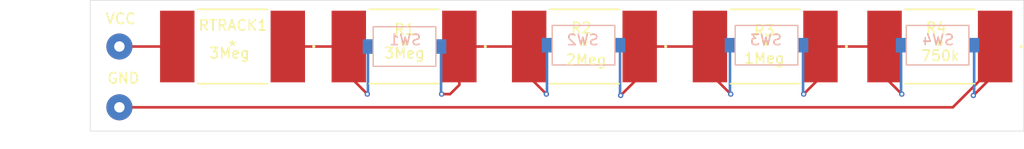
<source format=kicad_pcb>
(kicad_pcb (version 20171130) (host pcbnew 5.1.2)

  (general
    (thickness 1.6)
    (drawings 4)
    (tracks 55)
    (zones 0)
    (modules 11)
    (nets 7)
  )

  (page A4)
  (layers
    (0 F.Cu signal)
    (31 B.Cu signal)
    (32 B.Adhes user)
    (33 F.Adhes user)
    (34 B.Paste user)
    (35 F.Paste user)
    (36 B.SilkS user)
    (37 F.SilkS user)
    (38 B.Mask user)
    (39 F.Mask user)
    (40 Dwgs.User user)
    (41 Cmts.User user)
    (42 Eco1.User user)
    (43 Eco2.User user)
    (44 Edge.Cuts user)
    (45 Margin user)
    (46 B.CrtYd user)
    (47 F.CrtYd user)
    (48 B.Fab user)
    (49 F.Fab user)
  )

  (setup
    (last_trace_width 0.25)
    (trace_clearance 0.2)
    (zone_clearance 0.508)
    (zone_45_only no)
    (trace_min 0.1524)
    (via_size 0.508)
    (via_drill 0.254)
    (via_min_size 0.508)
    (via_min_drill 0.254)
    (uvia_size 0.508)
    (uvia_drill 0.254)
    (uvias_allowed no)
    (uvia_min_size 0.508)
    (uvia_min_drill 0.254)
    (edge_width 0.05)
    (segment_width 0.2)
    (pcb_text_width 0.3)
    (pcb_text_size 1.5 1.5)
    (mod_edge_width 0.12)
    (mod_text_size 1 1)
    (mod_text_width 0.15)
    (pad_size 2.49936 2.49936)
    (pad_drill 1.00076)
    (pad_to_mask_clearance 0.0508)
    (solder_mask_min_width 0.101)
    (aux_axis_origin 0 0)
    (visible_elements FFFFFF7F)
    (pcbplotparams
      (layerselection 0x010fc_ffffffff)
      (usegerberextensions false)
      (usegerberattributes false)
      (usegerberadvancedattributes false)
      (creategerberjobfile false)
      (excludeedgelayer true)
      (linewidth 0.100000)
      (plotframeref false)
      (viasonmask false)
      (mode 1)
      (useauxorigin false)
      (hpglpennumber 1)
      (hpglpenspeed 20)
      (hpglpendiameter 15.000000)
      (psnegative false)
      (psa4output false)
      (plotreference true)
      (plotvalue true)
      (plotinvisibletext false)
      (padsonsilk false)
      (subtractmaskfromsilk false)
      (outputformat 1)
      (mirror false)
      (drillshape 0)
      (scaleselection 1)
      (outputdirectory "gerber/"))
  )

  (net 0 "")
  (net 1 vout)
  (net 2 "Net-(R1-Pad1)")
  (net 3 "Net-(R2-Pad1)")
  (net 4 "Net-(R3-Pad1)")
  (net 5 GND)
  (net 6 VCC)

  (net_class Default "This is the default net class."
    (clearance 0.2)
    (trace_width 0.25)
    (via_dia 0.508)
    (via_drill 0.254)
    (uvia_dia 0.508)
    (uvia_drill 0.254)
    (add_net GND)
    (add_net "Net-(R1-Pad1)")
    (add_net "Net-(R2-Pad1)")
    (add_net "Net-(R3-Pad1)")
    (add_net VCC)
    (add_net vout)
  )

  (module Connector_Wire:SolderWirePad_1x01_Drill1mm (layer F.Cu) (tedit 5D55E3EF) (tstamp 5D5641E9)
    (at 95.25 105.664)
    (descr "Wire solder connection")
    (tags connector)
    (attr virtual)
    (fp_text reference GND (at 0.381 -2.794) (layer F.SilkS)
      (effects (font (size 1 1) (thickness 0.15)))
    )
    (fp_text value SolderWirePad_1x01_Drill1mm (at 0 3.175) (layer F.Fab)
      (effects (font (size 1 1) (thickness 0.15)))
    )
    (fp_text user %R (at 0 0) (layer F.Fab)
      (effects (font (size 1 1) (thickness 0.15)))
    )
    (fp_line (start -1.75 -1.75) (end 1.75 -1.75) (layer F.CrtYd) (width 0.05))
    (fp_line (start -1.75 -1.75) (end -1.75 1.75) (layer F.CrtYd) (width 0.05))
    (fp_line (start 1.75 1.75) (end 1.75 -1.75) (layer F.CrtYd) (width 0.05))
    (fp_line (start 1.75 1.75) (end -1.75 1.75) (layer F.CrtYd) (width 0.05))
    (pad 1 thru_hole circle (at 0 0) (size 2.49936 2.49936) (drill 1.00076) (layers *.Cu *.Mask)
      (net 5 GND))
  )

  (module Connector_Wire:SolderWirePad_1x01_Drill1mm (layer F.Cu) (tedit 5D55E4AE) (tstamp 5D5641E7)
    (at 95.25 99.822)
    (descr "Wire solder connection")
    (tags connector)
    (attr virtual)
    (fp_text reference VCC (at 0.127 -2.667) (layer F.SilkS)
      (effects (font (size 1 1) (thickness 0.15)))
    )
    (fp_text value SolderWirePad_1x01_Drill1mm (at 0 3.175) (layer F.Fab)
      (effects (font (size 1 1) (thickness 0.15)))
    )
    (fp_line (start 1.75 1.75) (end -1.75 1.75) (layer F.CrtYd) (width 0.05))
    (fp_line (start 1.75 1.75) (end 1.75 -1.75) (layer F.CrtYd) (width 0.05))
    (fp_line (start -1.75 -1.75) (end -1.75 1.75) (layer F.CrtYd) (width 0.05))
    (fp_line (start -1.75 -1.75) (end 1.75 -1.75) (layer F.CrtYd) (width 0.05))
    (fp_text user %R (at 0 0) (layer F.Fab)
      (effects (font (size 1 1) (thickness 0.15)))
    )
    (pad 1 thru_hole circle (at 0 0) (size 2.49936 2.49936) (drill 1.00076) (layers *.Cu *.Mask)
      (net 6 VCC))
  )

  (module "3Meg SMT Resistor:KTR18EZPF3004" (layer F.Cu) (tedit 0) (tstamp 5D55DF5D)
    (at 122.514101 99.822 180)
    (path /5D4CAD56)
    (fp_text reference R1 (at -0.040899 1.651) (layer F.SilkS)
      (effects (font (size 1 1) (thickness 0.15)))
    )
    (fp_text value 3Meg (at -0.040899 -0.635) (layer F.SilkS)
      (effects (font (size 1 1) (thickness 0.15)))
    )
    (fp_circle (center -7.7795 0) (end -7.7033 0) (layer F.SilkS) (width 0.1524))
    (fp_circle (center -5.166101 0) (end -5.089901 0) (layer F.Fab) (width 0.1524))
    (fp_line (start 7.1953 3.6957) (end -7.1953 3.6957) (layer F.CrtYd) (width 0.1524))
    (fp_line (start 7.1953 -3.6957) (end 7.1953 3.6957) (layer F.CrtYd) (width 0.1524))
    (fp_line (start -7.1953 -3.6957) (end 7.1953 -3.6957) (layer F.CrtYd) (width 0.1524))
    (fp_line (start -7.1953 3.6957) (end -7.1953 -3.6957) (layer F.CrtYd) (width 0.1524))
    (fp_line (start -6.5913 -3.4417) (end -6.5913 3.4417) (layer F.Fab) (width 0.1524))
    (fp_line (start 6.5913 -3.4417) (end -6.5913 -3.4417) (layer F.Fab) (width 0.1524))
    (fp_line (start 6.5913 3.4417) (end 6.5913 -3.4417) (layer F.Fab) (width 0.1524))
    (fp_line (start -6.5913 3.4417) (end 6.5913 3.4417) (layer F.Fab) (width 0.1524))
    (fp_line (start 3.337352 -3.5687) (end -3.337352 -3.5687) (layer F.SilkS) (width 0.1524))
    (fp_line (start -3.337352 3.5687) (end 3.337352 3.5687) (layer F.SilkS) (width 0.1524))
    (fp_line (start 6.5913 -3.4417) (end 3.6449 -3.4417) (layer F.Fab) (width 0.1524))
    (fp_line (start 6.5913 3.4417) (end 6.5913 -3.4417) (layer F.Fab) (width 0.1524))
    (fp_line (start 3.6449 3.4417) (end 6.5913 3.4417) (layer F.Fab) (width 0.1524))
    (fp_line (start 3.6449 -3.4417) (end 3.6449 3.4417) (layer F.Fab) (width 0.1524))
    (fp_line (start -6.5913 3.4417) (end -3.6449 3.4417) (layer F.Fab) (width 0.1524))
    (fp_line (start -6.5913 -3.4417) (end -6.5913 3.4417) (layer F.Fab) (width 0.1524))
    (fp_line (start -3.6449 -3.4417) (end -6.5913 -3.4417) (layer F.Fab) (width 0.1524))
    (fp_line (start -3.6449 3.4417) (end -3.6449 -3.4417) (layer F.Fab) (width 0.1524))
    (fp_text user * (at 0 0) (layer F.Fab)
      (effects (font (size 1 1) (thickness 0.15)))
    )
    (fp_text user * (at 0 0) (layer F.SilkS)
      (effects (font (size 1 1) (thickness 0.15)))
    )
    (fp_text user "Copyright 2016 Accelerated Designs. All rights reserved." (at 0 0) (layer Cmts.User)
      (effects (font (size 0.127 0.127) (thickness 0.002)))
    )
    (pad 2 smd rect (at 5.293101 0 180) (size 3.296399 6.8834) (layers F.Cu F.Paste F.Mask)
      (net 1 vout))
    (pad 1 smd rect (at -5.293101 0 180) (size 3.296399 6.8834) (layers F.Cu F.Paste F.Mask)
      (net 2 "Net-(R1-Pad1)"))
  )

  (module "2Meg SMT Resistor:KTR18EZPF2004" (layer F.Cu) (tedit 0) (tstamp 5D55E15B)
    (at 139.786101 99.822 180)
    (path /5D4CB39D)
    (fp_text reference R2 (at 0.294899 1.778) (layer F.SilkS)
      (effects (font (size 1 1) (thickness 0.15)))
    )
    (fp_text value 2Meg (at -0.167899 -1.27) (layer F.SilkS)
      (effects (font (size 1 1) (thickness 0.15)))
    )
    (fp_text user "Copyright 2016 Accelerated Designs. All rights reserved." (at 0 0) (layer Cmts.User)
      (effects (font (size 0.127 0.127) (thickness 0.002)))
    )
    (fp_text user * (at 0 0) (layer F.SilkS)
      (effects (font (size 1 1) (thickness 0.15)))
    )
    (fp_text user * (at 0 0) (layer F.Fab)
      (effects (font (size 1 1) (thickness 0.15)))
    )
    (fp_line (start -3.6449 3.4417) (end -3.6449 -3.4417) (layer F.Fab) (width 0.1524))
    (fp_line (start -3.6449 -3.4417) (end -6.5913 -3.4417) (layer F.Fab) (width 0.1524))
    (fp_line (start -6.5913 -3.4417) (end -6.5913 3.4417) (layer F.Fab) (width 0.1524))
    (fp_line (start -6.5913 3.4417) (end -3.6449 3.4417) (layer F.Fab) (width 0.1524))
    (fp_line (start 3.6449 -3.4417) (end 3.6449 3.4417) (layer F.Fab) (width 0.1524))
    (fp_line (start 3.6449 3.4417) (end 6.5913 3.4417) (layer F.Fab) (width 0.1524))
    (fp_line (start 6.5913 3.4417) (end 6.5913 -3.4417) (layer F.Fab) (width 0.1524))
    (fp_line (start 6.5913 -3.4417) (end 3.6449 -3.4417) (layer F.Fab) (width 0.1524))
    (fp_line (start -3.337352 3.5687) (end 3.337352 3.5687) (layer F.SilkS) (width 0.1524))
    (fp_line (start 3.337352 -3.5687) (end -3.337352 -3.5687) (layer F.SilkS) (width 0.1524))
    (fp_line (start -6.5913 3.4417) (end 6.5913 3.4417) (layer F.Fab) (width 0.1524))
    (fp_line (start 6.5913 3.4417) (end 6.5913 -3.4417) (layer F.Fab) (width 0.1524))
    (fp_line (start 6.5913 -3.4417) (end -6.5913 -3.4417) (layer F.Fab) (width 0.1524))
    (fp_line (start -6.5913 -3.4417) (end -6.5913 3.4417) (layer F.Fab) (width 0.1524))
    (fp_line (start -7.1953 3.6957) (end -7.1953 -3.6957) (layer F.CrtYd) (width 0.1524))
    (fp_line (start -7.1953 -3.6957) (end 7.1953 -3.6957) (layer F.CrtYd) (width 0.1524))
    (fp_line (start 7.1953 -3.6957) (end 7.1953 3.6957) (layer F.CrtYd) (width 0.1524))
    (fp_line (start 7.1953 3.6957) (end -7.1953 3.6957) (layer F.CrtYd) (width 0.1524))
    (fp_circle (center -5.166101 0) (end -5.089901 0) (layer F.Fab) (width 0.1524))
    (fp_circle (center -7.7795 0) (end -7.7033 0) (layer F.SilkS) (width 0.1524))
    (pad 1 smd rect (at -5.293101 0 180) (size 3.296399 6.8834) (layers F.Cu F.Paste F.Mask)
      (net 3 "Net-(R2-Pad1)"))
    (pad 2 smd rect (at 5.293101 0 180) (size 3.296399 6.8834) (layers F.Cu F.Paste F.Mask)
      (net 2 "Net-(R1-Pad1)"))
  )

  (module "1Meg SMT Resistor:KTR18EZPF1004" (layer F.Cu) (tedit 0) (tstamp 5D55E107)
    (at 157.099 99.822 180)
    (path /5D4CBA2B)
    (fp_text reference R3 (at 0.086101 1.524) (layer F.SilkS)
      (effects (font (size 1 1) (thickness 0.15)))
    )
    (fp_text value 1Meg (at 0.086101 -1.143) (layer F.SilkS)
      (effects (font (size 1 1) (thickness 0.15)))
    )
    (fp_text user "Copyright 2016 Accelerated Designs. All rights reserved." (at 0 0) (layer Cmts.User)
      (effects (font (size 0.127 0.127) (thickness 0.002)))
    )
    (fp_text user * (at 0 0) (layer F.SilkS)
      (effects (font (size 1 1) (thickness 0.15)))
    )
    (fp_text user * (at 0 0) (layer F.Fab)
      (effects (font (size 1 1) (thickness 0.15)))
    )
    (fp_line (start -3.6449 3.4417) (end -3.6449 -3.4417) (layer F.Fab) (width 0.1524))
    (fp_line (start -3.6449 -3.4417) (end -6.5913 -3.4417) (layer F.Fab) (width 0.1524))
    (fp_line (start -6.5913 -3.4417) (end -6.5913 3.4417) (layer F.Fab) (width 0.1524))
    (fp_line (start -6.5913 3.4417) (end -3.6449 3.4417) (layer F.Fab) (width 0.1524))
    (fp_line (start 3.6449 -3.4417) (end 3.6449 3.4417) (layer F.Fab) (width 0.1524))
    (fp_line (start 3.6449 3.4417) (end 6.5913 3.4417) (layer F.Fab) (width 0.1524))
    (fp_line (start 6.5913 3.4417) (end 6.5913 -3.4417) (layer F.Fab) (width 0.1524))
    (fp_line (start 6.5913 -3.4417) (end 3.6449 -3.4417) (layer F.Fab) (width 0.1524))
    (fp_line (start -3.337352 3.5687) (end 3.337352 3.5687) (layer F.SilkS) (width 0.1524))
    (fp_line (start 3.337352 -3.5687) (end -3.337352 -3.5687) (layer F.SilkS) (width 0.1524))
    (fp_line (start -6.5913 3.4417) (end 6.5913 3.4417) (layer F.Fab) (width 0.1524))
    (fp_line (start 6.5913 3.4417) (end 6.5913 -3.4417) (layer F.Fab) (width 0.1524))
    (fp_line (start 6.5913 -3.4417) (end -6.5913 -3.4417) (layer F.Fab) (width 0.1524))
    (fp_line (start -6.5913 -3.4417) (end -6.5913 3.4417) (layer F.Fab) (width 0.1524))
    (fp_line (start -7.1953 3.6957) (end -7.1953 -3.6957) (layer F.CrtYd) (width 0.1524))
    (fp_line (start -7.1953 -3.6957) (end 7.1953 -3.6957) (layer F.CrtYd) (width 0.1524))
    (fp_line (start 7.1953 -3.6957) (end 7.1953 3.6957) (layer F.CrtYd) (width 0.1524))
    (fp_line (start 7.1953 3.6957) (end -7.1953 3.6957) (layer F.CrtYd) (width 0.1524))
    (fp_circle (center -5.166101 0) (end -5.089901 0) (layer F.Fab) (width 0.1524))
    (fp_circle (center -7.7795 0) (end -7.7033 0) (layer F.SilkS) (width 0.1524))
    (pad 1 smd rect (at -5.293101 0 180) (size 3.296399 6.8834) (layers F.Cu F.Paste F.Mask)
      (net 4 "Net-(R3-Pad1)"))
    (pad 2 smd rect (at 5.293101 0 180) (size 3.296399 6.8834) (layers F.Cu F.Paste F.Mask)
      (net 3 "Net-(R2-Pad1)"))
  )

  (module "750k SMT Resistor:KTR18EZPF7503" (layer F.Cu) (tedit 0) (tstamp 5D552198)
    (at 173.8249 99.822 180)
    (path /5D4D0253)
    (fp_text reference R4 (at 0.3429 1.778) (layer F.SilkS)
      (effects (font (size 1 1) (thickness 0.15)))
    )
    (fp_text value 750k (at -0.0381 -0.889) (layer F.SilkS)
      (effects (font (size 1 1) (thickness 0.15)))
    )
    (fp_text user "Copyright 2016 Accelerated Designs. All rights reserved." (at 0 0) (layer Cmts.User)
      (effects (font (size 0.127 0.127) (thickness 0.002)))
    )
    (fp_text user * (at 0 0) (layer F.SilkS)
      (effects (font (size 1 1) (thickness 0.15)))
    )
    (fp_text user * (at 0 0) (layer F.Fab)
      (effects (font (size 1 1) (thickness 0.15)))
    )
    (fp_line (start -3.6449 3.4417) (end -3.6449 -3.4417) (layer F.Fab) (width 0.1524))
    (fp_line (start -3.6449 -3.4417) (end -6.5913 -3.4417) (layer F.Fab) (width 0.1524))
    (fp_line (start -6.5913 -3.4417) (end -6.5913 3.4417) (layer F.Fab) (width 0.1524))
    (fp_line (start -6.5913 3.4417) (end -3.6449 3.4417) (layer F.Fab) (width 0.1524))
    (fp_line (start 3.6449 -3.4417) (end 3.6449 3.4417) (layer F.Fab) (width 0.1524))
    (fp_line (start 3.6449 3.4417) (end 6.5913 3.4417) (layer F.Fab) (width 0.1524))
    (fp_line (start 6.5913 3.4417) (end 6.5913 -3.4417) (layer F.Fab) (width 0.1524))
    (fp_line (start 6.5913 -3.4417) (end 3.6449 -3.4417) (layer F.Fab) (width 0.1524))
    (fp_line (start -3.33735 3.5687) (end 3.33735 3.5687) (layer F.SilkS) (width 0.1524))
    (fp_line (start 3.33735 -3.5687) (end -3.33735 -3.5687) (layer F.SilkS) (width 0.1524))
    (fp_line (start -6.5913 3.4417) (end 6.5913 3.4417) (layer F.Fab) (width 0.1524))
    (fp_line (start 6.5913 3.4417) (end 6.5913 -3.4417) (layer F.Fab) (width 0.1524))
    (fp_line (start 6.5913 -3.4417) (end -6.5913 -3.4417) (layer F.Fab) (width 0.1524))
    (fp_line (start -6.5913 -3.4417) (end -6.5913 3.4417) (layer F.Fab) (width 0.1524))
    (fp_line (start -7.2009 3.6957) (end -7.2009 -3.6957) (layer F.CrtYd) (width 0.1524))
    (fp_line (start -7.2009 -3.6957) (end 7.2009 -3.6957) (layer F.CrtYd) (width 0.1524))
    (fp_line (start 7.2009 -3.6957) (end 7.2009 3.6957) (layer F.CrtYd) (width 0.1524))
    (fp_line (start 7.2009 3.6957) (end -7.2009 3.6957) (layer F.CrtYd) (width 0.1524))
    (fp_circle (center -5.1689 0) (end -5.0927 0) (layer F.Fab) (width 0.1524))
    (fp_circle (center -7.7851 0) (end -7.7089 0) (layer F.SilkS) (width 0.1524))
    (pad 1 smd rect (at -5.2959 0 180) (size 3.302 6.8834) (layers F.Cu F.Paste F.Mask)
      (net 5 GND))
    (pad 2 smd rect (at 5.2959 0 180) (size 3.302 6.8834) (layers F.Cu F.Paste F.Mask)
      (net 4 "Net-(R3-Pad1)"))
  )

  (module "3Meg SMT Resistor:KTR18EZPF3004" (layer F.Cu) (tedit 0) (tstamp 5D55E221)
    (at 106.085899 99.822 180)
    (path /5D4C9F08)
    (fp_text reference RTRACK1 (at -0.040899 2.032) (layer F.SilkS)
      (effects (font (size 1 1) (thickness 0.15)))
    )
    (fp_text value 3Meg (at 0.294899 -0.635) (layer F.SilkS)
      (effects (font (size 1 1) (thickness 0.15)))
    )
    (fp_text user "Copyright 2016 Accelerated Designs. All rights reserved." (at -0.167899 2.159) (layer Cmts.User)
      (effects (font (size 0.127 0.127) (thickness 0.002)))
    )
    (fp_text user * (at 0 0) (layer F.SilkS)
      (effects (font (size 1 1) (thickness 0.15)))
    )
    (fp_text user * (at 0 0) (layer F.Fab)
      (effects (font (size 1 1) (thickness 0.15)))
    )
    (fp_line (start -3.6449 3.4417) (end -3.6449 -3.4417) (layer F.Fab) (width 0.1524))
    (fp_line (start -3.6449 -3.4417) (end -6.5913 -3.4417) (layer F.Fab) (width 0.1524))
    (fp_line (start -6.5913 -3.4417) (end -6.5913 3.4417) (layer F.Fab) (width 0.1524))
    (fp_line (start -6.5913 3.4417) (end -3.6449 3.4417) (layer F.Fab) (width 0.1524))
    (fp_line (start 3.6449 -3.4417) (end 3.6449 3.4417) (layer F.Fab) (width 0.1524))
    (fp_line (start 3.6449 3.4417) (end 6.5913 3.4417) (layer F.Fab) (width 0.1524))
    (fp_line (start 6.5913 3.4417) (end 6.5913 -3.4417) (layer F.Fab) (width 0.1524))
    (fp_line (start 6.5913 -3.4417) (end 3.6449 -3.4417) (layer F.Fab) (width 0.1524))
    (fp_line (start -3.337352 3.5687) (end 3.337352 3.5687) (layer F.SilkS) (width 0.1524))
    (fp_line (start 3.337352 -3.5687) (end -3.337352 -3.5687) (layer F.SilkS) (width 0.1524))
    (fp_line (start -6.5913 3.4417) (end 6.5913 3.4417) (layer F.Fab) (width 0.1524))
    (fp_line (start 6.5913 3.4417) (end 6.5913 -3.4417) (layer F.Fab) (width 0.1524))
    (fp_line (start 6.5913 -3.4417) (end -6.5913 -3.4417) (layer F.Fab) (width 0.1524))
    (fp_line (start -6.5913 -3.4417) (end -6.5913 3.4417) (layer F.Fab) (width 0.1524))
    (fp_line (start -7.1953 3.6957) (end -7.1953 -3.6957) (layer F.CrtYd) (width 0.1524))
    (fp_line (start -7.1953 -3.6957) (end 7.1953 -3.6957) (layer F.CrtYd) (width 0.1524))
    (fp_line (start 7.1953 -3.6957) (end 7.1953 3.6957) (layer F.CrtYd) (width 0.1524))
    (fp_line (start 7.1953 3.6957) (end -7.1953 3.6957) (layer F.CrtYd) (width 0.1524))
    (fp_circle (center -5.166101 0) (end -5.089901 0) (layer F.Fab) (width 0.1524))
    (fp_circle (center -7.7795 0) (end -7.7033 0) (layer F.SilkS) (width 0.1524))
    (pad 1 smd rect (at -5.293101 0 180) (size 3.296399 6.8834) (layers F.Cu F.Paste F.Mask)
      (net 1 vout))
    (pad 2 smd rect (at 5.293101 0 180) (size 3.296399 6.8834) (layers F.Cu F.Paste F.Mask)
      (net 6 VCC))
  )

  (module KSR221GNCLFS-SMT:KSR221GNCLFS-SMT-NCSPST (layer B.Cu) (tedit 5D54BFBE) (tstamp 5D55E09F)
    (at 122.555 99.822)
    (path /5D4C9BC0)
    (fp_text reference SW1 (at 0.071 -0.635) (layer B.SilkS)
      (effects (font (size 1 1) (thickness 0.15)) (justify mirror))
    )
    (fp_text value SW_SPST (at 0.325 1.143) (layer B.Fab)
      (effects (font (size 1 1) (thickness 0.15)) (justify mirror))
    )
    (fp_line (start -3 1.9) (end 3 1.9) (layer B.SilkS) (width 0.12))
    (fp_line (start 3 1.9) (end 3 -1.9) (layer B.SilkS) (width 0.12))
    (fp_line (start -3 -1.9) (end 3 -1.9) (layer B.SilkS) (width 0.12))
    (fp_line (start -3 -1.9) (end -3 1.9) (layer B.SilkS) (width 0.12))
    (fp_line (start -3.048 0) (end -3.048 1.778) (layer B.Fab) (width 0.12))
    (fp_line (start -3.048 1.778) (end 3.048 1.778) (layer B.Fab) (width 0.12))
    (fp_line (start 3.048 1.778) (end 3.048 -1.778) (layer B.Fab) (width 0.12))
    (fp_line (start 3.048 -1.778) (end -3.048 -1.778) (layer B.Fab) (width 0.12))
    (fp_line (start -3.048 -1.778) (end -3.048 0) (layer B.Fab) (width 0.12))
    (fp_line (start -3.048 0.508) (end -3.81 0.508) (layer B.Fab) (width 0.12))
    (fp_line (start -3.81 0.508) (end -3.81 -0.508) (layer B.Fab) (width 0.12))
    (fp_line (start -3.81 -0.508) (end -3.048 -0.508) (layer B.Fab) (width 0.12))
    (fp_line (start 3.048 0.508) (end 3.81 0.508) (layer B.Fab) (width 0.12))
    (fp_line (start 3.81 0.508) (end 3.81 -0.508) (layer B.Fab) (width 0.12))
    (fp_line (start 3.81 -0.508) (end 3.048 -0.508) (layer B.Fab) (width 0.12))
    (fp_line (start 4.191 0.762) (end 4.191 -0.762) (layer B.CrtYd) (width 0.12))
    (fp_line (start -3.302 -2.032) (end -3.302 -0.889) (layer B.CrtYd) (width 0.12))
    (fp_line (start -3.302 -0.889) (end -4.191 -0.889) (layer B.CrtYd) (width 0.12))
    (fp_line (start -4.191 -0.889) (end -4.191 0.889) (layer B.CrtYd) (width 0.12))
    (fp_line (start -4.191 0.889) (end -3.302 0.889) (layer B.CrtYd) (width 0.12))
    (fp_line (start -3.302 0.889) (end -3.302 2.032) (layer B.CrtYd) (width 0.12))
    (fp_line (start 4.191 0.762) (end 4.191 0.889) (layer B.CrtYd) (width 0.12))
    (fp_line (start 4.191 0.889) (end 3.302 0.889) (layer B.CrtYd) (width 0.12))
    (fp_line (start 3.302 0.889) (end 3.302 2.032) (layer B.CrtYd) (width 0.12))
    (fp_line (start 4.191 -0.762) (end 4.191 -0.889) (layer B.CrtYd) (width 0.12))
    (fp_line (start 4.191 -0.889) (end 3.302 -0.889) (layer B.CrtYd) (width 0.12))
    (fp_line (start 3.302 -0.889) (end 3.302 -2.032) (layer B.CrtYd) (width 0.12))
    (fp_line (start 3.302 2.032) (end 3.302 2.159) (layer B.CrtYd) (width 0.12))
    (fp_line (start 3.302 2.159) (end -3.302 2.159) (layer B.CrtYd) (width 0.12))
    (fp_line (start -3.302 2.159) (end -3.302 2.032) (layer B.CrtYd) (width 0.12))
    (fp_line (start -3.302 -2.032) (end -3.302 -2.159) (layer B.CrtYd) (width 0.12))
    (fp_line (start -3.302 -2.159) (end 3.302 -2.159) (layer B.CrtYd) (width 0.12))
    (fp_line (start 3.302 -2.159) (end 3.302 -2.032) (layer B.CrtYd) (width 0.12))
    (pad 1 smd rect (at -3.5 0) (size 1 1.4) (layers B.Cu B.Paste B.Mask)
      (net 1 vout))
    (pad 2 smd rect (at 3.5 0) (size 1 1.4) (layers B.Cu B.Paste B.Mask)
      (net 2 "Net-(R1-Pad1)"))
  )

  (module KSR221GNCLFS-SMT:KSR221GNCLFS-SMT-NCSPST (layer B.Cu) (tedit 5D54BFBE) (tstamp 5D55E1B9)
    (at 139.7 99.695)
    (path /5D4CB397)
    (fp_text reference SW2 (at -0.071 -0.508) (layer B.SilkS)
      (effects (font (size 1 1) (thickness 0.15)) (justify mirror))
    )
    (fp_text value SW_SPST (at 0.056 1.016) (layer B.Fab)
      (effects (font (size 1 1) (thickness 0.15)) (justify mirror))
    )
    (fp_line (start 3.302 -2.159) (end 3.302 -2.032) (layer B.CrtYd) (width 0.12))
    (fp_line (start -3.302 -2.159) (end 3.302 -2.159) (layer B.CrtYd) (width 0.12))
    (fp_line (start -3.302 -2.032) (end -3.302 -2.159) (layer B.CrtYd) (width 0.12))
    (fp_line (start -3.302 2.159) (end -3.302 2.032) (layer B.CrtYd) (width 0.12))
    (fp_line (start 3.302 2.159) (end -3.302 2.159) (layer B.CrtYd) (width 0.12))
    (fp_line (start 3.302 2.032) (end 3.302 2.159) (layer B.CrtYd) (width 0.12))
    (fp_line (start 3.302 -0.889) (end 3.302 -2.032) (layer B.CrtYd) (width 0.12))
    (fp_line (start 4.191 -0.889) (end 3.302 -0.889) (layer B.CrtYd) (width 0.12))
    (fp_line (start 4.191 -0.762) (end 4.191 -0.889) (layer B.CrtYd) (width 0.12))
    (fp_line (start 3.302 0.889) (end 3.302 2.032) (layer B.CrtYd) (width 0.12))
    (fp_line (start 4.191 0.889) (end 3.302 0.889) (layer B.CrtYd) (width 0.12))
    (fp_line (start 4.191 0.762) (end 4.191 0.889) (layer B.CrtYd) (width 0.12))
    (fp_line (start -3.302 0.889) (end -3.302 2.032) (layer B.CrtYd) (width 0.12))
    (fp_line (start -4.191 0.889) (end -3.302 0.889) (layer B.CrtYd) (width 0.12))
    (fp_line (start -4.191 -0.889) (end -4.191 0.889) (layer B.CrtYd) (width 0.12))
    (fp_line (start -3.302 -0.889) (end -4.191 -0.889) (layer B.CrtYd) (width 0.12))
    (fp_line (start -3.302 -2.032) (end -3.302 -0.889) (layer B.CrtYd) (width 0.12))
    (fp_line (start 4.191 0.762) (end 4.191 -0.762) (layer B.CrtYd) (width 0.12))
    (fp_line (start 3.81 -0.508) (end 3.048 -0.508) (layer B.Fab) (width 0.12))
    (fp_line (start 3.81 0.508) (end 3.81 -0.508) (layer B.Fab) (width 0.12))
    (fp_line (start 3.048 0.508) (end 3.81 0.508) (layer B.Fab) (width 0.12))
    (fp_line (start -3.81 -0.508) (end -3.048 -0.508) (layer B.Fab) (width 0.12))
    (fp_line (start -3.81 0.508) (end -3.81 -0.508) (layer B.Fab) (width 0.12))
    (fp_line (start -3.048 0.508) (end -3.81 0.508) (layer B.Fab) (width 0.12))
    (fp_line (start -3.048 -1.778) (end -3.048 0) (layer B.Fab) (width 0.12))
    (fp_line (start 3.048 -1.778) (end -3.048 -1.778) (layer B.Fab) (width 0.12))
    (fp_line (start 3.048 1.778) (end 3.048 -1.778) (layer B.Fab) (width 0.12))
    (fp_line (start -3.048 1.778) (end 3.048 1.778) (layer B.Fab) (width 0.12))
    (fp_line (start -3.048 0) (end -3.048 1.778) (layer B.Fab) (width 0.12))
    (fp_line (start -3 -1.9) (end -3 1.9) (layer B.SilkS) (width 0.12))
    (fp_line (start -3 -1.9) (end 3 -1.9) (layer B.SilkS) (width 0.12))
    (fp_line (start 3 1.9) (end 3 -1.9) (layer B.SilkS) (width 0.12))
    (fp_line (start -3 1.9) (end 3 1.9) (layer B.SilkS) (width 0.12))
    (pad 2 smd rect (at 3.5 0) (size 1 1.4) (layers B.Cu B.Paste B.Mask)
      (net 3 "Net-(R2-Pad1)"))
    (pad 1 smd rect (at -3.5 0) (size 1 1.4) (layers B.Cu B.Paste B.Mask)
      (net 2 "Net-(R1-Pad1)"))
  )

  (module KSR221GNCLFS-SMT:KSR221GNCLFS-SMT-NCSPST (layer B.Cu) (tedit 5D54BFBE) (tstamp 5D55DFBB)
    (at 157.226 99.695)
    (path /5D4CBA25)
    (fp_text reference SW3 (at -0.056 -0.508) (layer B.SilkS)
      (effects (font (size 1 1) (thickness 0.15)) (justify mirror))
    )
    (fp_text value SW_SPST (at 0.071 0.635) (layer B.Fab)
      (effects (font (size 1 1) (thickness 0.15)) (justify mirror))
    )
    (fp_line (start -3 1.9) (end 3 1.9) (layer B.SilkS) (width 0.12))
    (fp_line (start 3 1.9) (end 3 -1.9) (layer B.SilkS) (width 0.12))
    (fp_line (start -3 -1.9) (end 3 -1.9) (layer B.SilkS) (width 0.12))
    (fp_line (start -3 -1.9) (end -3 1.9) (layer B.SilkS) (width 0.12))
    (fp_line (start -3.048 0) (end -3.048 1.778) (layer B.Fab) (width 0.12))
    (fp_line (start -3.048 1.778) (end 3.048 1.778) (layer B.Fab) (width 0.12))
    (fp_line (start 3.048 1.778) (end 3.048 -1.778) (layer B.Fab) (width 0.12))
    (fp_line (start 3.048 -1.778) (end -3.048 -1.778) (layer B.Fab) (width 0.12))
    (fp_line (start -3.048 -1.778) (end -3.048 0) (layer B.Fab) (width 0.12))
    (fp_line (start -3.048 0.508) (end -3.81 0.508) (layer B.Fab) (width 0.12))
    (fp_line (start -3.81 0.508) (end -3.81 -0.508) (layer B.Fab) (width 0.12))
    (fp_line (start -3.81 -0.508) (end -3.048 -0.508) (layer B.Fab) (width 0.12))
    (fp_line (start 3.048 0.508) (end 3.81 0.508) (layer B.Fab) (width 0.12))
    (fp_line (start 3.81 0.508) (end 3.81 -0.508) (layer B.Fab) (width 0.12))
    (fp_line (start 3.81 -0.508) (end 3.048 -0.508) (layer B.Fab) (width 0.12))
    (fp_line (start 4.191 0.762) (end 4.191 -0.762) (layer B.CrtYd) (width 0.12))
    (fp_line (start -3.302 -2.032) (end -3.302 -0.889) (layer B.CrtYd) (width 0.12))
    (fp_line (start -3.302 -0.889) (end -4.191 -0.889) (layer B.CrtYd) (width 0.12))
    (fp_line (start -4.191 -0.889) (end -4.191 0.889) (layer B.CrtYd) (width 0.12))
    (fp_line (start -4.191 0.889) (end -3.302 0.889) (layer B.CrtYd) (width 0.12))
    (fp_line (start -3.302 0.889) (end -3.302 2.032) (layer B.CrtYd) (width 0.12))
    (fp_line (start 4.191 0.762) (end 4.191 0.889) (layer B.CrtYd) (width 0.12))
    (fp_line (start 4.191 0.889) (end 3.302 0.889) (layer B.CrtYd) (width 0.12))
    (fp_line (start 3.302 0.889) (end 3.302 2.032) (layer B.CrtYd) (width 0.12))
    (fp_line (start 4.191 -0.762) (end 4.191 -0.889) (layer B.CrtYd) (width 0.12))
    (fp_line (start 4.191 -0.889) (end 3.302 -0.889) (layer B.CrtYd) (width 0.12))
    (fp_line (start 3.302 -0.889) (end 3.302 -2.032) (layer B.CrtYd) (width 0.12))
    (fp_line (start 3.302 2.032) (end 3.302 2.159) (layer B.CrtYd) (width 0.12))
    (fp_line (start 3.302 2.159) (end -3.302 2.159) (layer B.CrtYd) (width 0.12))
    (fp_line (start -3.302 2.159) (end -3.302 2.032) (layer B.CrtYd) (width 0.12))
    (fp_line (start -3.302 -2.032) (end -3.302 -2.159) (layer B.CrtYd) (width 0.12))
    (fp_line (start -3.302 -2.159) (end 3.302 -2.159) (layer B.CrtYd) (width 0.12))
    (fp_line (start 3.302 -2.159) (end 3.302 -2.032) (layer B.CrtYd) (width 0.12))
    (pad 1 smd rect (at -3.5 0) (size 1 1.4) (layers B.Cu B.Paste B.Mask)
      (net 3 "Net-(R2-Pad1)"))
    (pad 2 smd rect (at 3.5 0) (size 1 1.4) (layers B.Cu B.Paste B.Mask)
      (net 4 "Net-(R3-Pad1)"))
  )

  (module KSR221GNCLFS-SMT:KSR221GNCLFS-SMT-NCSPST (layer B.Cu) (tedit 5D54BFBE) (tstamp 5D55E02D)
    (at 173.609 99.695)
    (path /5D4D024D)
    (fp_text reference SW4 (at 0.056 -0.508) (layer B.SilkS)
      (effects (font (size 1 1) (thickness 0.15)) (justify mirror))
    )
    (fp_text value SW_SPST (at 0.183 0.889) (layer B.Fab)
      (effects (font (size 1 1) (thickness 0.15)) (justify mirror))
    )
    (fp_line (start 3.302 -2.159) (end 3.302 -2.032) (layer B.CrtYd) (width 0.12))
    (fp_line (start -3.302 -2.159) (end 3.302 -2.159) (layer B.CrtYd) (width 0.12))
    (fp_line (start -3.302 -2.032) (end -3.302 -2.159) (layer B.CrtYd) (width 0.12))
    (fp_line (start -3.302 2.159) (end -3.302 2.032) (layer B.CrtYd) (width 0.12))
    (fp_line (start 3.302 2.159) (end -3.302 2.159) (layer B.CrtYd) (width 0.12))
    (fp_line (start 3.302 2.032) (end 3.302 2.159) (layer B.CrtYd) (width 0.12))
    (fp_line (start 3.302 -0.889) (end 3.302 -2.032) (layer B.CrtYd) (width 0.12))
    (fp_line (start 4.191 -0.889) (end 3.302 -0.889) (layer B.CrtYd) (width 0.12))
    (fp_line (start 4.191 -0.762) (end 4.191 -0.889) (layer B.CrtYd) (width 0.12))
    (fp_line (start 3.302 0.889) (end 3.302 2.032) (layer B.CrtYd) (width 0.12))
    (fp_line (start 4.191 0.889) (end 3.302 0.889) (layer B.CrtYd) (width 0.12))
    (fp_line (start 4.191 0.762) (end 4.191 0.889) (layer B.CrtYd) (width 0.12))
    (fp_line (start -3.302 0.889) (end -3.302 2.032) (layer B.CrtYd) (width 0.12))
    (fp_line (start -4.191 0.889) (end -3.302 0.889) (layer B.CrtYd) (width 0.12))
    (fp_line (start -4.191 -0.889) (end -4.191 0.889) (layer B.CrtYd) (width 0.12))
    (fp_line (start -3.302 -0.889) (end -4.191 -0.889) (layer B.CrtYd) (width 0.12))
    (fp_line (start -3.302 -2.032) (end -3.302 -0.889) (layer B.CrtYd) (width 0.12))
    (fp_line (start 4.191 0.762) (end 4.191 -0.762) (layer B.CrtYd) (width 0.12))
    (fp_line (start 3.81 -0.508) (end 3.048 -0.508) (layer B.Fab) (width 0.12))
    (fp_line (start 3.81 0.508) (end 3.81 -0.508) (layer B.Fab) (width 0.12))
    (fp_line (start 3.048 0.508) (end 3.81 0.508) (layer B.Fab) (width 0.12))
    (fp_line (start -3.81 -0.508) (end -3.048 -0.508) (layer B.Fab) (width 0.12))
    (fp_line (start -3.81 0.508) (end -3.81 -0.508) (layer B.Fab) (width 0.12))
    (fp_line (start -3.048 0.508) (end -3.81 0.508) (layer B.Fab) (width 0.12))
    (fp_line (start -3.048 -1.778) (end -3.048 0) (layer B.Fab) (width 0.12))
    (fp_line (start 3.048 -1.778) (end -3.048 -1.778) (layer B.Fab) (width 0.12))
    (fp_line (start 3.048 1.778) (end 3.048 -1.778) (layer B.Fab) (width 0.12))
    (fp_line (start -3.048 1.778) (end 3.048 1.778) (layer B.Fab) (width 0.12))
    (fp_line (start -3.048 0) (end -3.048 1.778) (layer B.Fab) (width 0.12))
    (fp_line (start -3 -1.9) (end -3 1.9) (layer B.SilkS) (width 0.12))
    (fp_line (start -3 -1.9) (end 3 -1.9) (layer B.SilkS) (width 0.12))
    (fp_line (start 3 1.9) (end 3 -1.9) (layer B.SilkS) (width 0.12))
    (fp_line (start -3 1.9) (end 3 1.9) (layer B.SilkS) (width 0.12))
    (pad 2 smd rect (at 3.5 0) (size 1 1.4) (layers B.Cu B.Paste B.Mask)
      (net 5 GND))
    (pad 1 smd rect (at -3.5 0) (size 1 1.4) (layers B.Cu B.Paste B.Mask)
      (net 4 "Net-(R3-Pad1)"))
  )

  (gr_line (start 92.456 107.95) (end 181.864 107.95) (layer Edge.Cuts) (width 0.05))
  (gr_line (start 181.864 107.95) (end 181.864 95.377) (layer Edge.Cuts) (width 0.05))
  (gr_line (start 181.864 95.377) (end 92.456 95.377) (layer Edge.Cuts) (width 0.05))
  (gr_line (start 92.456 95.377) (end 92.456 107.95) (layer Edge.Cuts) (width 0.05))

  (segment (start 111.379 99.822) (end 117.221 99.822) (width 0.25) (layer F.Cu) (net 1))
  (segment (start 119.055 99.822) (end 119.055 100.022) (width 0.25) (layer B.Cu) (net 1))
  (segment (start 119.055 100.022) (end 119.126 100.093) (width 0.25) (layer B.Cu) (net 1))
  (segment (start 111.379 101.6155) (end 111.379 99.822) (width 0.25) (layer F.Cu) (net 1))
  (via (at 118.999 104.394) (size 0.508) (drill 0.254) (layers F.Cu B.Cu) (net 1))
  (segment (start 119.055 99.822) (end 119.055 104.338) (width 0.25) (layer B.Cu) (net 1))
  (segment (start 119.055 104.338) (end 118.999 104.394) (width 0.25) (layer B.Cu) (net 1))
  (segment (start 117.221 102.616) (end 117.221 99.822) (width 0.25) (layer F.Cu) (net 1))
  (segment (start 118.999 104.394) (end 117.221 102.616) (width 0.25) (layer F.Cu) (net 1))
  (segment (start 129.705401 99.822) (end 134.493 99.822) (width 0.25) (layer F.Cu) (net 2))
  (segment (start 127.807202 99.822) (end 129.705401 99.822) (width 0.25) (layer F.Cu) (net 2))
  (via (at 126.111 104.394) (size 0.508) (drill 0.254) (layers F.Cu B.Cu) (net 2))
  (segment (start 126.055 99.822) (end 126.055 104.338) (width 0.25) (layer B.Cu) (net 2))
  (segment (start 126.055 104.338) (end 126.111 104.394) (width 0.25) (layer B.Cu) (net 2))
  (segment (start 126.926902 104.394) (end 127.807202 103.5137) (width 0.25) (layer F.Cu) (net 2))
  (segment (start 127.807202 103.5137) (end 127.807202 99.822) (width 0.25) (layer F.Cu) (net 2))
  (segment (start 126.111 104.394) (end 126.926902 104.394) (width 0.25) (layer F.Cu) (net 2))
  (via (at 136.144 104.394) (size 0.508) (drill 0.254) (layers F.Cu B.Cu) (net 2))
  (segment (start 136.2 99.695) (end 136.2 104.338) (width 0.25) (layer B.Cu) (net 2))
  (segment (start 136.2 104.338) (end 136.144 104.394) (width 0.25) (layer B.Cu) (net 2))
  (segment (start 134.493 102.743) (end 134.493 99.822) (width 0.25) (layer F.Cu) (net 2))
  (segment (start 136.144 104.394) (end 134.493 102.743) (width 0.25) (layer F.Cu) (net 2))
  (segment (start 145.079202 99.822) (end 151.805899 99.822) (width 0.25) (layer F.Cu) (net 3))
  (segment (start 143.2 99.695) (end 143.2 104.465) (width 0.25) (layer B.Cu) (net 3))
  (via (at 143.256 104.521) (size 0.508) (drill 0.254) (layers F.Cu B.Cu) (net 3))
  (segment (start 143.2 104.465) (end 143.256 104.521) (width 0.25) (layer B.Cu) (net 3))
  (segment (start 145.079202 102.697798) (end 145.079202 99.822) (width 0.25) (layer F.Cu) (net 3))
  (segment (start 143.256 104.521) (end 145.079202 102.697798) (width 0.25) (layer F.Cu) (net 3))
  (via (at 153.797 104.394) (size 0.508) (drill 0.254) (layers F.Cu B.Cu) (net 3))
  (segment (start 153.726 99.695) (end 153.726 104.323) (width 0.25) (layer B.Cu) (net 3))
  (segment (start 153.726 104.323) (end 153.797 104.394) (width 0.25) (layer B.Cu) (net 3))
  (segment (start 151.805899 102.402899) (end 151.805899 99.822) (width 0.25) (layer F.Cu) (net 3))
  (segment (start 153.797 104.394) (end 151.805899 102.402899) (width 0.25) (layer F.Cu) (net 3))
  (segment (start 164.2903 99.822) (end 168.529 99.822) (width 0.25) (layer F.Cu) (net 4))
  (segment (start 162.392101 99.822) (end 164.2903 99.822) (width 0.25) (layer F.Cu) (net 4))
  (via (at 160.782 104.394) (size 0.508) (drill 0.254) (layers F.Cu B.Cu) (net 4))
  (segment (start 160.726 99.695) (end 160.726 104.338) (width 0.25) (layer B.Cu) (net 4))
  (segment (start 160.726 104.338) (end 160.782 104.394) (width 0.25) (layer B.Cu) (net 4))
  (segment (start 162.392101 102.783899) (end 162.392101 99.822) (width 0.25) (layer F.Cu) (net 4))
  (segment (start 160.782 104.394) (end 162.392101 102.783899) (width 0.25) (layer F.Cu) (net 4))
  (via (at 170.18 104.394) (size 0.508) (drill 0.254) (layers F.Cu B.Cu) (net 4))
  (segment (start 170.109 99.695) (end 170.109 104.323) (width 0.25) (layer B.Cu) (net 4))
  (segment (start 170.109 104.323) (end 170.18 104.394) (width 0.25) (layer B.Cu) (net 4))
  (segment (start 168.529 102.743) (end 168.529 99.822) (width 0.25) (layer F.Cu) (net 4))
  (segment (start 170.18 104.394) (end 168.529 102.743) (width 0.25) (layer F.Cu) (net 4))
  (segment (start 97.017314 105.664) (end 95.25 105.664) (width 0.25) (layer F.Cu) (net 5))
  (segment (start 175.0695 105.664) (end 97.017314 105.664) (width 0.25) (layer F.Cu) (net 5))
  (segment (start 179.1208 101.6127) (end 175.0695 105.664) (width 0.25) (layer F.Cu) (net 5))
  (segment (start 179.1208 99.822) (end 179.1208 101.6127) (width 0.25) (layer F.Cu) (net 5))
  (via (at 177.038 104.521) (size 0.508) (drill 0.254) (layers F.Cu B.Cu) (net 5))
  (segment (start 177.109 99.695) (end 177.109 104.45) (width 0.25) (layer B.Cu) (net 5))
  (segment (start 177.109 104.45) (end 177.038 104.521) (width 0.25) (layer B.Cu) (net 5))
  (segment (start 179.1208 102.4382) (end 179.1208 99.822) (width 0.25) (layer F.Cu) (net 5))
  (segment (start 177.038 104.521) (end 179.1208 102.4382) (width 0.25) (layer F.Cu) (net 5))
  (segment (start 95.25 99.822) (end 100.792798 99.822) (width 0.25) (layer F.Cu) (net 6))

)

</source>
